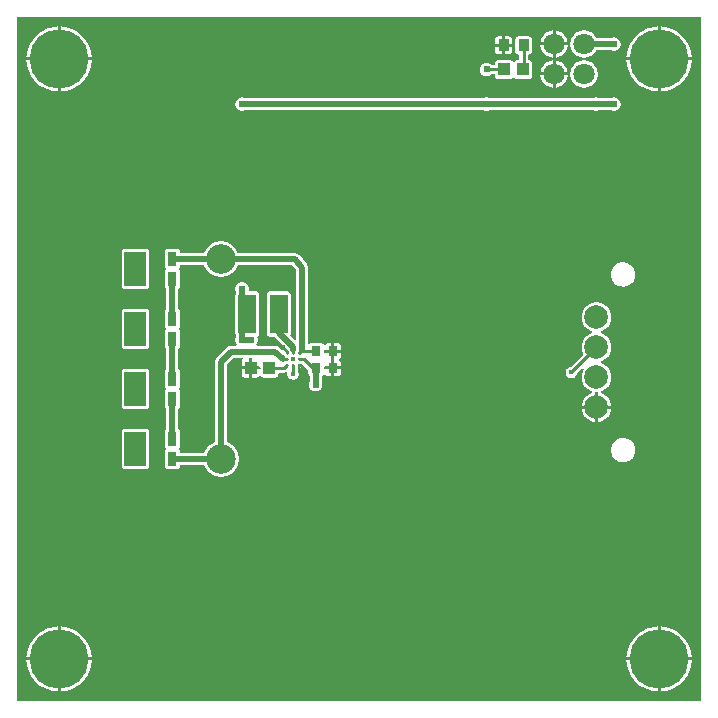
<source format=gtl>
G04 Layer: TopLayer*
G04 Panelize: , Column: 2, Row: 2, Board Size: 58.42mm x 58.42mm, Panelized Board Size: 118.84mm x 118.84mm*
G04 EasyEDA v6.5.34, 2023-08-21 18:11:39*
G04 e033e4da8f4f40f2a2828097716e79b9,5a6b42c53f6a479593ecc07194224c93,10*
G04 Gerber Generator version 0.2*
G04 Scale: 100 percent, Rotated: No, Reflected: No *
G04 Dimensions in millimeters *
G04 leading zeros omitted , absolute positions ,4 integer and 5 decimal *
%FSLAX45Y45*%
%MOMM*%

%ADD10C,0.2540*%
%ADD11C,0.5000*%
%ADD12R,1.0000X1.1000*%
%ADD13R,0.8999X1.0000*%
%ADD14R,0.8000X0.9000*%
%ADD15R,1.8300X2.8600*%
%ADD16R,0.7300X1.2600*%
%ADD17C,0.2400*%
%ADD18R,1.5000X3.3200*%
%ADD19C,5.0000*%
%ADD20C,2.0000*%
%ADD21C,1.8000*%
%ADD22C,2.5000*%
%ADD23C,0.6096*%
%ADD24C,0.6100*%
%ADD25C,0.4500*%
%ADD26C,0.0101*%

%LPD*%
G36*
X5805932Y25908D02*
G01*
X36068Y26416D01*
X32156Y27178D01*
X28905Y29362D01*
X26670Y32664D01*
X25908Y36576D01*
X25908Y5805932D01*
X26670Y5809843D01*
X28905Y5813094D01*
X32156Y5815330D01*
X36068Y5816092D01*
X5805932Y5816092D01*
X5809843Y5815330D01*
X5813094Y5813094D01*
X5815330Y5809843D01*
X5816092Y5805932D01*
X5816092Y36068D01*
X5815330Y32207D01*
X5813094Y28905D01*
X5809843Y26670D01*
G37*

%LPC*%
G36*
X4584700Y5600700D02*
G01*
X4687112Y5600700D01*
X4686960Y5602528D01*
X4684268Y5616803D01*
X4679746Y5630672D01*
X4673549Y5643829D01*
X4665776Y5656122D01*
X4656480Y5667349D01*
X4645863Y5677306D01*
X4634077Y5685840D01*
X4621326Y5692851D01*
X4607814Y5698236D01*
X4593691Y5701842D01*
X4584700Y5702960D01*
G37*
G36*
X5448300Y105613D02*
G01*
X5448300Y368300D01*
X5185410Y368300D01*
X5187289Y346405D01*
X5191150Y323646D01*
X5196890Y301244D01*
X5204460Y279450D01*
X5213858Y258317D01*
X5224983Y238099D01*
X5237784Y218846D01*
X5252161Y200710D01*
X5267960Y183896D01*
X5285130Y168402D01*
X5303520Y154432D01*
X5323027Y142087D01*
X5343499Y131368D01*
X5364835Y122428D01*
X5386781Y115265D01*
X5409285Y109982D01*
X5432145Y106629D01*
G37*
G36*
X368300Y105613D02*
G01*
X368300Y368300D01*
X105410Y368300D01*
X107289Y346405D01*
X111150Y323646D01*
X116890Y301244D01*
X124460Y279450D01*
X133858Y258317D01*
X144983Y238099D01*
X157784Y218846D01*
X172161Y200710D01*
X187960Y183896D01*
X205130Y168402D01*
X223520Y154432D01*
X243027Y142087D01*
X263499Y131368D01*
X284835Y122428D01*
X306781Y115265D01*
X329285Y109982D01*
X352145Y106629D01*
G37*
G36*
X5473700Y393700D02*
G01*
X5736336Y393700D01*
X5735929Y404063D01*
X5733034Y427024D01*
X5728208Y449630D01*
X5721553Y471728D01*
X5713018Y493217D01*
X5702757Y513892D01*
X5690819Y533704D01*
X5677204Y552348D01*
X5662117Y569874D01*
X5645607Y586028D01*
X5627827Y600760D01*
X5608828Y613968D01*
X5588812Y625500D01*
X5567934Y635355D01*
X5546242Y643382D01*
X5523992Y649630D01*
X5501284Y653948D01*
X5478322Y656336D01*
X5473700Y656437D01*
G37*
G36*
X393700Y393700D02*
G01*
X656336Y393700D01*
X655929Y404063D01*
X653034Y427024D01*
X648208Y449630D01*
X641553Y471728D01*
X633018Y493217D01*
X622757Y513892D01*
X610819Y533704D01*
X597204Y552348D01*
X582117Y569874D01*
X565607Y586028D01*
X547827Y600760D01*
X528828Y613968D01*
X508812Y625500D01*
X487934Y635355D01*
X466242Y643382D01*
X443992Y649630D01*
X421284Y653948D01*
X398322Y656336D01*
X393700Y656437D01*
G37*
G36*
X5185410Y393700D02*
G01*
X5448300Y393700D01*
X5448300Y656386D01*
X5432145Y655370D01*
X5409285Y652018D01*
X5386781Y646734D01*
X5364835Y639572D01*
X5343499Y630631D01*
X5323027Y619912D01*
X5303520Y607568D01*
X5285130Y593598D01*
X5267960Y578104D01*
X5252161Y561289D01*
X5237784Y543153D01*
X5224983Y523900D01*
X5213858Y503682D01*
X5204460Y482549D01*
X5196890Y460756D01*
X5191150Y438353D01*
X5187289Y415594D01*
G37*
G36*
X105410Y393700D02*
G01*
X368300Y393700D01*
X368300Y656386D01*
X352145Y655370D01*
X329285Y652018D01*
X306781Y646734D01*
X284835Y639572D01*
X263499Y630631D01*
X243027Y619912D01*
X223520Y607568D01*
X205130Y593598D01*
X187960Y578104D01*
X172161Y561289D01*
X157784Y543153D01*
X144983Y523900D01*
X133858Y503682D01*
X124460Y482549D01*
X116890Y460756D01*
X111150Y438353D01*
X107289Y415594D01*
G37*
G36*
X1752600Y1924812D02*
G01*
X1769516Y1925726D01*
X1786178Y1928571D01*
X1802434Y1933244D01*
X1818081Y1939747D01*
X1832864Y1947925D01*
X1846681Y1957730D01*
X1859280Y1969007D01*
X1870557Y1981606D01*
X1880362Y1995424D01*
X1888540Y2010206D01*
X1895043Y2025853D01*
X1899716Y2042109D01*
X1902561Y2058771D01*
X1903475Y2075688D01*
X1902561Y2092604D01*
X1899716Y2109266D01*
X1895043Y2125522D01*
X1888540Y2141169D01*
X1880362Y2155952D01*
X1870557Y2169769D01*
X1859280Y2182368D01*
X1846681Y2193645D01*
X1832864Y2203450D01*
X1818081Y2211628D01*
X1809800Y2215083D01*
X1806498Y2217267D01*
X1804263Y2220569D01*
X1803501Y2224481D01*
X1803501Y2870301D01*
X1804263Y2874213D01*
X1806498Y2877464D01*
X1858873Y2929839D01*
X1862124Y2932074D01*
X1866036Y2932836D01*
X1924964Y2932836D01*
X1929231Y2931922D01*
X1932686Y2929331D01*
X1934718Y2925521D01*
X1935022Y2921203D01*
X1933498Y2917139D01*
X1929485Y2910941D01*
X1927606Y2905556D01*
X1926894Y2899206D01*
X1926894Y2857500D01*
X1990089Y2857500D01*
X1990089Y2922625D01*
X1990852Y2926537D01*
X1993087Y2929788D01*
X1996389Y2932023D01*
X2000250Y2932785D01*
X2005330Y2932785D01*
X2009241Y2932023D01*
X2012543Y2929788D01*
X2014728Y2926537D01*
X2015489Y2922625D01*
X2015489Y2857500D01*
X2076704Y2857500D01*
X2080615Y2856738D01*
X2083917Y2854502D01*
X2086102Y2851200D01*
X2086864Y2847340D01*
X2086864Y2842260D01*
X2086102Y2838348D01*
X2083917Y2835046D01*
X2080615Y2832862D01*
X2076704Y2832100D01*
X2015489Y2832100D01*
X2015489Y2763875D01*
X2052218Y2763875D01*
X2058568Y2764586D01*
X2064004Y2766517D01*
X2068931Y2769565D01*
X2072995Y2773680D01*
X2074214Y2775559D01*
X2077008Y2778506D01*
X2080768Y2780131D01*
X2084832Y2780131D01*
X2088591Y2778506D01*
X2091385Y2775559D01*
X2092604Y2773680D01*
X2096668Y2769565D01*
X2101596Y2766517D01*
X2107031Y2764586D01*
X2113381Y2763875D01*
X2212238Y2763875D01*
X2218537Y2764586D01*
X2224024Y2766517D01*
X2228900Y2769565D01*
X2233015Y2773680D01*
X2236063Y2778556D01*
X2237994Y2784043D01*
X2238705Y2790342D01*
X2238705Y2796032D01*
X2239467Y2799892D01*
X2241651Y2803194D01*
X2244953Y2805430D01*
X2248865Y2806192D01*
X2285492Y2806192D01*
X2293518Y2806954D01*
X2301189Y2809290D01*
X2305151Y2809697D01*
X2308910Y2808528D01*
X2311958Y2806039D01*
X2313838Y2802585D01*
X2314244Y2798622D01*
X2313838Y2794000D01*
X2314651Y2785110D01*
X2317089Y2776524D01*
X2321052Y2768549D01*
X2326436Y2761437D01*
X2333040Y2755392D01*
X2340660Y2750718D01*
X2348941Y2747467D01*
X2357729Y2745841D01*
X2366670Y2745841D01*
X2375408Y2747467D01*
X2383739Y2750718D01*
X2391359Y2755392D01*
X2397912Y2761437D01*
X2403297Y2768549D01*
X2407310Y2776524D01*
X2409748Y2785110D01*
X2410561Y2794000D01*
X2409748Y2802890D01*
X2407310Y2811475D01*
X2401316Y2822956D01*
X2400808Y2826156D01*
X2400808Y2870758D01*
X2401519Y2876194D01*
X2403957Y2879750D01*
X2407615Y2881985D01*
X2412695Y2882392D01*
X2430881Y2882392D01*
X2434793Y2881630D01*
X2438095Y2879445D01*
X2441854Y2875635D01*
X2444038Y2872333D01*
X2444800Y2868472D01*
X2444038Y2864561D01*
X2441854Y2861259D01*
X2438552Y2859074D01*
X2434640Y2858312D01*
X2424887Y2858312D01*
X2424887Y2835503D01*
X2427122Y2836214D01*
X2433828Y2839923D01*
X2439670Y2844901D01*
X2444343Y2850997D01*
X2445359Y2853080D01*
X2447696Y2856179D01*
X2450947Y2858160D01*
X2454757Y2858770D01*
X2458516Y2857957D01*
X2461666Y2855823D01*
X2490012Y2827477D01*
X2492248Y2824175D01*
X2493010Y2820263D01*
X2493010Y2800350D01*
X2493721Y2794050D01*
X2495600Y2788564D01*
X2501036Y2780284D01*
X2501798Y2776372D01*
X2501798Y2730195D01*
X2500833Y2725877D01*
X2499766Y2723540D01*
X2497226Y2714091D01*
X2496362Y2704287D01*
X2497226Y2694482D01*
X2499766Y2685034D01*
X2503881Y2676093D01*
X2509520Y2668066D01*
X2516479Y2661107D01*
X2524506Y2655468D01*
X2533446Y2651353D01*
X2542895Y2648813D01*
X2552700Y2647950D01*
X2562504Y2648813D01*
X2571953Y2651353D01*
X2580894Y2655468D01*
X2588920Y2661107D01*
X2595880Y2668066D01*
X2601518Y2676093D01*
X2605633Y2685034D01*
X2608173Y2694482D01*
X2609037Y2704287D01*
X2608173Y2714091D01*
X2605633Y2723540D01*
X2604566Y2725877D01*
X2603601Y2730195D01*
X2603601Y2767025D01*
X2604414Y2770987D01*
X2606700Y2774340D01*
X2615031Y2779572D01*
X2619095Y2783687D01*
X2620314Y2785567D01*
X2623108Y2788513D01*
X2626868Y2790088D01*
X2630932Y2790088D01*
X2634691Y2788513D01*
X2637485Y2785567D01*
X2638704Y2783687D01*
X2642768Y2779572D01*
X2647696Y2776524D01*
X2653131Y2774594D01*
X2659430Y2773883D01*
X2686202Y2773883D01*
X2686202Y2832100D01*
X2634996Y2832100D01*
X2631084Y2832862D01*
X2627782Y2835046D01*
X2625598Y2838348D01*
X2624836Y2842260D01*
X2624836Y2847340D01*
X2625598Y2851200D01*
X2627782Y2854502D01*
X2631084Y2856738D01*
X2634996Y2857500D01*
X2686202Y2857500D01*
X2686202Y2971800D01*
X2634996Y2971800D01*
X2631084Y2972562D01*
X2627782Y2974746D01*
X2625598Y2978048D01*
X2624836Y2981960D01*
X2624836Y2987040D01*
X2625598Y2990900D01*
X2627782Y2994202D01*
X2631084Y2996438D01*
X2634996Y2997200D01*
X2686202Y2997200D01*
X2686202Y3055416D01*
X2659430Y3055416D01*
X2653131Y3054705D01*
X2647696Y3052775D01*
X2642768Y3049676D01*
X2638704Y3045612D01*
X2637485Y3043732D01*
X2634691Y3040786D01*
X2630932Y3039160D01*
X2626868Y3039160D01*
X2623108Y3040786D01*
X2620314Y3043732D01*
X2619095Y3045612D01*
X2615031Y3049676D01*
X2610104Y3052775D01*
X2604668Y3054705D01*
X2598318Y3055416D01*
X2519476Y3055416D01*
X2513177Y3054705D01*
X2507691Y3052775D01*
X2504897Y3050997D01*
X2500833Y3049574D01*
X2496566Y3049879D01*
X2492806Y3051962D01*
X2490216Y3055416D01*
X2489301Y3059633D01*
X2489301Y3694531D01*
X2488641Y3702913D01*
X2486507Y3711549D01*
X2482850Y3719626D01*
X2477668Y3727348D01*
X2420315Y3798062D01*
X2413812Y3804716D01*
X2406650Y3809949D01*
X2398674Y3813810D01*
X2390190Y3816248D01*
X2380030Y3817213D01*
X1899462Y3817213D01*
X1895602Y3817975D01*
X1892300Y3820210D01*
X1890115Y3823512D01*
X1886661Y3831793D01*
X1878482Y3846576D01*
X1868678Y3860393D01*
X1857400Y3872992D01*
X1844802Y3884269D01*
X1830984Y3894074D01*
X1816201Y3902252D01*
X1800555Y3908755D01*
X1784299Y3913428D01*
X1767586Y3916273D01*
X1750720Y3917187D01*
X1733804Y3916273D01*
X1717141Y3913428D01*
X1700885Y3908755D01*
X1685239Y3902252D01*
X1670456Y3894074D01*
X1656638Y3884269D01*
X1644040Y3872992D01*
X1632762Y3860393D01*
X1622958Y3846576D01*
X1614779Y3831793D01*
X1611325Y3823512D01*
X1609140Y3820210D01*
X1605838Y3817975D01*
X1601927Y3817213D01*
X1413865Y3817213D01*
X1409954Y3817975D01*
X1406702Y3820210D01*
X1404467Y3823512D01*
X1402994Y3834942D01*
X1401064Y3840429D01*
X1398016Y3845306D01*
X1393901Y3849420D01*
X1389024Y3852468D01*
X1383538Y3854399D01*
X1377238Y3855110D01*
X1305356Y3855110D01*
X1299057Y3854399D01*
X1293571Y3852468D01*
X1288694Y3849420D01*
X1284579Y3845306D01*
X1281531Y3840429D01*
X1279601Y3834942D01*
X1278890Y3828643D01*
X1278890Y3703777D01*
X1279601Y3697427D01*
X1281531Y3691991D01*
X1283766Y3688384D01*
X1285138Y3684879D01*
X1285138Y3681120D01*
X1283766Y3677564D01*
X1281531Y3674008D01*
X1279601Y3668522D01*
X1278890Y3662222D01*
X1278890Y3537356D01*
X1279601Y3531057D01*
X1281531Y3525570D01*
X1284579Y3520694D01*
X1287424Y3517849D01*
X1289608Y3514547D01*
X1290370Y3510686D01*
X1290370Y3347313D01*
X1289608Y3343401D01*
X1287424Y3340150D01*
X1284579Y3337306D01*
X1281531Y3332429D01*
X1279601Y3326942D01*
X1278890Y3320643D01*
X1278890Y3195777D01*
X1279601Y3189427D01*
X1281531Y3183991D01*
X1283766Y3180384D01*
X1285138Y3176879D01*
X1285138Y3173120D01*
X1283766Y3169564D01*
X1281531Y3166008D01*
X1279601Y3160522D01*
X1278890Y3154222D01*
X1278890Y3029356D01*
X1279601Y3023057D01*
X1281531Y3017570D01*
X1284579Y3012694D01*
X1287424Y3009849D01*
X1289608Y3006547D01*
X1290370Y3002686D01*
X1290370Y2839313D01*
X1289608Y2835402D01*
X1287424Y2832150D01*
X1284579Y2829306D01*
X1281531Y2824429D01*
X1279601Y2818942D01*
X1278890Y2812643D01*
X1278890Y2687777D01*
X1279601Y2681427D01*
X1281531Y2675991D01*
X1283766Y2672384D01*
X1285138Y2668879D01*
X1285138Y2665120D01*
X1283766Y2661564D01*
X1281531Y2658008D01*
X1279601Y2652522D01*
X1278890Y2646222D01*
X1278890Y2521356D01*
X1279601Y2515057D01*
X1281531Y2509570D01*
X1284579Y2504694D01*
X1287424Y2501849D01*
X1289608Y2498547D01*
X1290370Y2494686D01*
X1290370Y2331313D01*
X1289608Y2327402D01*
X1287424Y2324150D01*
X1284579Y2321306D01*
X1281531Y2316429D01*
X1279601Y2310942D01*
X1278890Y2304643D01*
X1278890Y2179777D01*
X1279601Y2173427D01*
X1281531Y2167991D01*
X1283766Y2164384D01*
X1285138Y2160879D01*
X1285138Y2157120D01*
X1283766Y2153564D01*
X1281531Y2150008D01*
X1279601Y2144522D01*
X1278890Y2138222D01*
X1278890Y2013356D01*
X1279601Y2007057D01*
X1281531Y2001570D01*
X1284579Y1996693D01*
X1288694Y1992579D01*
X1293571Y1989531D01*
X1299057Y1987600D01*
X1305356Y1986889D01*
X1377238Y1986889D01*
X1383538Y1987600D01*
X1389024Y1989531D01*
X1393901Y1992579D01*
X1398016Y1996693D01*
X1401064Y2001570D01*
X1402994Y2007057D01*
X1403705Y2014626D01*
X1404467Y2018487D01*
X1406702Y2021789D01*
X1409954Y2024024D01*
X1413865Y2024786D01*
X1603857Y2024786D01*
X1607718Y2024024D01*
X1611020Y2021789D01*
X1613204Y2018487D01*
X1616659Y2010206D01*
X1624838Y1995424D01*
X1634642Y1981606D01*
X1645920Y1969007D01*
X1658518Y1957730D01*
X1672336Y1947925D01*
X1687118Y1939747D01*
X1702765Y1933244D01*
X1719021Y1928571D01*
X1735734Y1925726D01*
G37*
G36*
X936752Y1990089D02*
G01*
X1118616Y1990089D01*
X1124966Y1990801D01*
X1130401Y1992731D01*
X1135329Y1995779D01*
X1139393Y1999894D01*
X1142492Y2004771D01*
X1144371Y2010257D01*
X1145082Y2016556D01*
X1145082Y2301443D01*
X1144371Y2307742D01*
X1142492Y2313228D01*
X1139393Y2318105D01*
X1135329Y2322220D01*
X1130401Y2325268D01*
X1124966Y2327198D01*
X1118616Y2327910D01*
X936752Y2327910D01*
X930452Y2327198D01*
X924966Y2325268D01*
X920089Y2322220D01*
X915974Y2318105D01*
X912926Y2313228D01*
X910996Y2307742D01*
X910285Y2301443D01*
X910285Y2016556D01*
X910996Y2010257D01*
X912926Y2004771D01*
X915974Y1999894D01*
X920089Y1995779D01*
X924966Y1992731D01*
X930452Y1990801D01*
G37*
G36*
X5152745Y2046274D02*
G01*
X5166563Y2046732D01*
X5180177Y2049018D01*
X5193385Y2053132D01*
X5205933Y2058924D01*
X5217566Y2066391D01*
X5228082Y2075281D01*
X5237378Y2085543D01*
X5245201Y2096922D01*
X5251399Y2109216D01*
X5255920Y2122271D01*
X5258663Y2135835D01*
X5259628Y2149602D01*
X5258663Y2163368D01*
X5255920Y2176932D01*
X5251399Y2189937D01*
X5245201Y2202281D01*
X5237378Y2213660D01*
X5228082Y2223922D01*
X5217566Y2232812D01*
X5205933Y2240280D01*
X5193385Y2246071D01*
X5180177Y2250186D01*
X5166563Y2252472D01*
X5152745Y2252929D01*
X5139029Y2251557D01*
X5125618Y2248357D01*
X5112715Y2243378D01*
X5100574Y2236724D01*
X5089499Y2228545D01*
X5079542Y2218944D01*
X5071008Y2208123D01*
X5063947Y2196236D01*
X5058562Y2183536D01*
X5054904Y2170176D01*
X5053076Y2156510D01*
X5053076Y2142693D01*
X5054904Y2129028D01*
X5058562Y2115667D01*
X5063947Y2102967D01*
X5071008Y2091080D01*
X5079542Y2080260D01*
X5089499Y2070658D01*
X5100574Y2062480D01*
X5112715Y2055825D01*
X5125618Y2050846D01*
X5139029Y2047646D01*
G37*
G36*
X4456887Y5600700D02*
G01*
X4559300Y5600700D01*
X4559300Y5702960D01*
X4550308Y5701842D01*
X4536186Y5698236D01*
X4522673Y5692851D01*
X4509922Y5685840D01*
X4498136Y5677306D01*
X4487519Y5667349D01*
X4478223Y5656122D01*
X4470450Y5643829D01*
X4464253Y5630672D01*
X4459732Y5616803D01*
X4457039Y5602528D01*
G37*
G36*
X4943906Y2387041D02*
G01*
X4946396Y2387193D01*
X4961331Y2389936D01*
X4975860Y2394458D01*
X4989728Y2400706D01*
X5002733Y2408580D01*
X5014722Y2417927D01*
X5025440Y2428697D01*
X5034838Y2440635D01*
X5042662Y2453690D01*
X5048910Y2467508D01*
X5053431Y2482037D01*
X5056174Y2496972D01*
X5056327Y2499461D01*
X4943906Y2499461D01*
G37*
G36*
X4918506Y2387041D02*
G01*
X4918506Y2499461D01*
X4806086Y2499461D01*
X4806238Y2496972D01*
X4808982Y2482037D01*
X4813503Y2467508D01*
X4819751Y2453690D01*
X4827625Y2440635D01*
X4836972Y2428697D01*
X4847742Y2417927D01*
X4859680Y2408580D01*
X4872736Y2400706D01*
X4886553Y2394458D01*
X4901082Y2389936D01*
X4916017Y2387193D01*
G37*
G36*
X936752Y2498090D02*
G01*
X1118616Y2498090D01*
X1124966Y2498801D01*
X1130401Y2500731D01*
X1135329Y2503779D01*
X1139393Y2507894D01*
X1142492Y2512771D01*
X1144371Y2518257D01*
X1145082Y2524556D01*
X1145082Y2809443D01*
X1144371Y2815742D01*
X1142492Y2821228D01*
X1139393Y2826105D01*
X1135329Y2830220D01*
X1130401Y2833268D01*
X1124966Y2835198D01*
X1118616Y2835910D01*
X936752Y2835910D01*
X930452Y2835198D01*
X924966Y2833268D01*
X920089Y2830220D01*
X915974Y2826105D01*
X912926Y2821228D01*
X910996Y2815742D01*
X910285Y2809443D01*
X910285Y2524556D01*
X910996Y2518257D01*
X912926Y2512771D01*
X915974Y2507894D01*
X920089Y2503779D01*
X924966Y2500731D01*
X930452Y2498801D01*
G37*
G36*
X4806086Y2524861D02*
G01*
X4918506Y2524861D01*
X4918506Y2630271D01*
X4919268Y2634132D01*
X4921504Y2637434D01*
X4924806Y2639618D01*
X4928666Y2640431D01*
X4933746Y2640431D01*
X4937658Y2639618D01*
X4940960Y2637434D01*
X4943144Y2634132D01*
X4943906Y2630271D01*
X4943906Y2524861D01*
X5056327Y2524861D01*
X5056174Y2527350D01*
X5053431Y2542286D01*
X5048910Y2556814D01*
X5042662Y2570683D01*
X5034838Y2583688D01*
X5025440Y2595626D01*
X5014722Y2606395D01*
X5002733Y2615793D01*
X4989728Y2623616D01*
X4975809Y2629916D01*
X4972659Y2632151D01*
X4970526Y2635351D01*
X4969814Y2639161D01*
X4970526Y2642971D01*
X4972659Y2646222D01*
X4975809Y2648458D01*
X4989728Y2654706D01*
X5002733Y2662580D01*
X5014722Y2671927D01*
X5025440Y2682697D01*
X5034838Y2694635D01*
X5042662Y2707690D01*
X5048910Y2721508D01*
X5053431Y2736037D01*
X5056174Y2750972D01*
X5057089Y2766161D01*
X5056174Y2781350D01*
X5053431Y2796286D01*
X5048910Y2810814D01*
X5042662Y2824683D01*
X5034838Y2837688D01*
X5025440Y2849626D01*
X5014722Y2860395D01*
X5002733Y2869793D01*
X4989728Y2877616D01*
X4975809Y2883916D01*
X4972659Y2886151D01*
X4970526Y2889351D01*
X4969814Y2893161D01*
X4970526Y2896971D01*
X4972659Y2900222D01*
X4975809Y2902458D01*
X4989728Y2908706D01*
X5002733Y2916580D01*
X5014722Y2925927D01*
X5025440Y2936697D01*
X5034838Y2948635D01*
X5042662Y2961690D01*
X5048910Y2975508D01*
X5053431Y2990037D01*
X5056174Y3004972D01*
X5057089Y3020161D01*
X5056174Y3035350D01*
X5053431Y3050286D01*
X5048910Y3064814D01*
X5042662Y3078683D01*
X5034838Y3091688D01*
X5025440Y3103626D01*
X5014722Y3114395D01*
X5002733Y3123793D01*
X4989728Y3131616D01*
X4975809Y3137916D01*
X4972659Y3140151D01*
X4970526Y3143351D01*
X4969814Y3147161D01*
X4970526Y3150971D01*
X4972659Y3154222D01*
X4975809Y3156458D01*
X4989728Y3162706D01*
X5002733Y3170580D01*
X5014722Y3179927D01*
X5025440Y3190697D01*
X5034838Y3202635D01*
X5042662Y3215690D01*
X5048910Y3229508D01*
X5053431Y3244037D01*
X5056174Y3258972D01*
X5057089Y3274161D01*
X5056174Y3289350D01*
X5053431Y3304286D01*
X5048910Y3318814D01*
X5042662Y3332683D01*
X5034838Y3345687D01*
X5025440Y3357626D01*
X5014722Y3368395D01*
X5002733Y3377793D01*
X4989728Y3385616D01*
X4975860Y3391865D01*
X4961331Y3396386D01*
X4946396Y3399129D01*
X4931206Y3400044D01*
X4916017Y3399129D01*
X4901082Y3396386D01*
X4886553Y3391865D01*
X4872736Y3385616D01*
X4859680Y3377793D01*
X4847742Y3368395D01*
X4836972Y3357626D01*
X4827625Y3345687D01*
X4819751Y3332683D01*
X4813503Y3318814D01*
X4808982Y3304286D01*
X4806238Y3289350D01*
X4805324Y3274161D01*
X4806238Y3258972D01*
X4808982Y3244037D01*
X4813503Y3229508D01*
X4819751Y3215690D01*
X4827625Y3202635D01*
X4836972Y3190697D01*
X4847742Y3179927D01*
X4859680Y3170580D01*
X4872736Y3162706D01*
X4886655Y3156458D01*
X4889804Y3154222D01*
X4891887Y3150971D01*
X4892649Y3147161D01*
X4891887Y3143351D01*
X4889804Y3140151D01*
X4886655Y3137916D01*
X4872736Y3131616D01*
X4859680Y3123793D01*
X4847742Y3114395D01*
X4836972Y3103626D01*
X4827625Y3091688D01*
X4819751Y3078683D01*
X4813503Y3064814D01*
X4808982Y3050286D01*
X4806238Y3035350D01*
X4805324Y3020161D01*
X4806238Y3004972D01*
X4808982Y2990037D01*
X4813503Y2975508D01*
X4816348Y2969209D01*
X4817262Y2965246D01*
X4816500Y2961233D01*
X4814265Y2957830D01*
X4713071Y2856636D01*
X4710633Y2854807D01*
X4707737Y2853842D01*
X4704486Y2853232D01*
X4696206Y2849981D01*
X4688586Y2845308D01*
X4681982Y2839262D01*
X4676648Y2832150D01*
X4672634Y2824175D01*
X4670196Y2815590D01*
X4669383Y2806700D01*
X4670196Y2797810D01*
X4672634Y2789224D01*
X4676648Y2781249D01*
X4681982Y2774137D01*
X4688586Y2768092D01*
X4696206Y2763418D01*
X4704486Y2760167D01*
X4713274Y2758541D01*
X4722215Y2758541D01*
X4731004Y2760167D01*
X4739284Y2763418D01*
X4746904Y2768092D01*
X4753508Y2774137D01*
X4758842Y2781249D01*
X4762855Y2789224D01*
X4765294Y2797810D01*
X4766310Y2800197D01*
X4767884Y2802229D01*
X4805578Y2839923D01*
X4809083Y2842209D01*
X4813198Y2842869D01*
X4817262Y2841853D01*
X4820513Y2839262D01*
X4822494Y2835605D01*
X4822850Y2831439D01*
X4821428Y2827477D01*
X4819751Y2824683D01*
X4813503Y2810814D01*
X4808982Y2796286D01*
X4806238Y2781350D01*
X4805324Y2766161D01*
X4806238Y2750972D01*
X4808982Y2736037D01*
X4813503Y2721508D01*
X4819751Y2707690D01*
X4827625Y2694635D01*
X4836972Y2682697D01*
X4847742Y2671927D01*
X4859680Y2662580D01*
X4872736Y2654706D01*
X4886655Y2648458D01*
X4889804Y2646222D01*
X4891887Y2642971D01*
X4892649Y2639161D01*
X4891887Y2635351D01*
X4889804Y2632151D01*
X4886655Y2629916D01*
X4872736Y2623616D01*
X4859680Y2615793D01*
X4847742Y2606395D01*
X4836972Y2595626D01*
X4827625Y2583688D01*
X4819751Y2570683D01*
X4813503Y2556814D01*
X4808982Y2542286D01*
X4806238Y2527350D01*
G37*
G36*
X1953361Y2763875D02*
G01*
X1990089Y2763875D01*
X1990089Y2832100D01*
X1926894Y2832100D01*
X1926894Y2790342D01*
X1927606Y2784043D01*
X1929536Y2778556D01*
X1932584Y2773680D01*
X1936699Y2769565D01*
X1941575Y2766517D01*
X1947062Y2764586D01*
G37*
G36*
X2711602Y2773883D02*
G01*
X2738323Y2773883D01*
X2744622Y2774594D01*
X2750108Y2776524D01*
X2754985Y2779572D01*
X2759100Y2783687D01*
X2762148Y2788564D01*
X2764078Y2794050D01*
X2764790Y2800350D01*
X2764790Y2832100D01*
X2711602Y2832100D01*
G37*
G36*
X2711602Y2857500D02*
G01*
X2764790Y2857500D01*
X2764790Y2889199D01*
X2764078Y2895549D01*
X2762148Y2900984D01*
X2759100Y2905912D01*
X2757525Y2907436D01*
X2755341Y2910738D01*
X2754579Y2914650D01*
X2755341Y2918510D01*
X2757525Y2921812D01*
X2759100Y2923387D01*
X2762148Y2928264D01*
X2764078Y2933750D01*
X2764790Y2940050D01*
X2764790Y2971800D01*
X2711602Y2971800D01*
G37*
G36*
X2711602Y2997200D02*
G01*
X2764790Y2997200D01*
X2764790Y3028899D01*
X2764078Y3035249D01*
X2762148Y3040684D01*
X2759100Y3045612D01*
X2754985Y3049676D01*
X2750108Y3052775D01*
X2744622Y3054705D01*
X2738323Y3055416D01*
X2711602Y3055416D01*
G37*
G36*
X936752Y3006090D02*
G01*
X1118616Y3006090D01*
X1124966Y3006801D01*
X1130401Y3008731D01*
X1135329Y3011779D01*
X1139393Y3015894D01*
X1142492Y3020771D01*
X1144371Y3026257D01*
X1145082Y3032556D01*
X1145082Y3317443D01*
X1144371Y3323742D01*
X1142492Y3329228D01*
X1139393Y3334105D01*
X1135329Y3338220D01*
X1130401Y3341268D01*
X1124966Y3343198D01*
X1118616Y3343910D01*
X936752Y3343910D01*
X930452Y3343198D01*
X924966Y3341268D01*
X920089Y3338220D01*
X915974Y3334105D01*
X912926Y3329228D01*
X910996Y3323742D01*
X910285Y3317443D01*
X910285Y3032556D01*
X910996Y3026257D01*
X912926Y3020771D01*
X915974Y3015894D01*
X920089Y3011779D01*
X924966Y3008731D01*
X930452Y3006801D01*
G37*
G36*
X936752Y3514090D02*
G01*
X1118616Y3514090D01*
X1124966Y3514801D01*
X1130401Y3516731D01*
X1135329Y3519779D01*
X1139393Y3523894D01*
X1142492Y3528771D01*
X1144371Y3534257D01*
X1145082Y3540556D01*
X1145082Y3825443D01*
X1144371Y3831742D01*
X1142492Y3837228D01*
X1139393Y3842105D01*
X1135329Y3846220D01*
X1130401Y3849268D01*
X1124966Y3851198D01*
X1118616Y3851910D01*
X936752Y3851910D01*
X930452Y3851198D01*
X924966Y3849268D01*
X920089Y3846220D01*
X915974Y3842105D01*
X912926Y3837228D01*
X910996Y3831742D01*
X910285Y3825443D01*
X910285Y3540556D01*
X910996Y3534257D01*
X912926Y3528771D01*
X915974Y3523894D01*
X920089Y3519779D01*
X924966Y3516731D01*
X930452Y3514801D01*
G37*
G36*
X5152745Y3533343D02*
G01*
X5166563Y3533851D01*
X5180177Y3536137D01*
X5193385Y3540201D01*
X5205933Y3546043D01*
X5217566Y3553460D01*
X5228082Y3562400D01*
X5237378Y3572611D01*
X5245201Y3583990D01*
X5251399Y3596335D01*
X5255920Y3609390D01*
X5258663Y3622903D01*
X5259628Y3636670D01*
X5258663Y3650487D01*
X5255920Y3664000D01*
X5251399Y3677056D01*
X5245201Y3689400D01*
X5237378Y3700779D01*
X5228082Y3710990D01*
X5217566Y3719931D01*
X5205933Y3727348D01*
X5193385Y3733190D01*
X5180177Y3737254D01*
X5166563Y3739540D01*
X5152745Y3740048D01*
X5139029Y3738626D01*
X5125618Y3735425D01*
X5112715Y3730498D01*
X5100574Y3723843D01*
X5089499Y3715664D01*
X5079542Y3706063D01*
X5071008Y3695192D01*
X5063947Y3683304D01*
X5058562Y3670604D01*
X5054904Y3657295D01*
X5053076Y3643579D01*
X5053076Y3629812D01*
X5054904Y3616096D01*
X5058562Y3602786D01*
X5063947Y3590086D01*
X5071008Y3578199D01*
X5079542Y3567328D01*
X5089499Y3557727D01*
X5100574Y3549548D01*
X5112715Y3542893D01*
X5125618Y3537965D01*
X5139029Y3534765D01*
G37*
G36*
X5473700Y105562D02*
G01*
X5478322Y105664D01*
X5501284Y108051D01*
X5523992Y112369D01*
X5546242Y118618D01*
X5567934Y126644D01*
X5588812Y136499D01*
X5608828Y148031D01*
X5627827Y161239D01*
X5645607Y175971D01*
X5662117Y192125D01*
X5677204Y209600D01*
X5690819Y228295D01*
X5702757Y248107D01*
X5713018Y268782D01*
X5721553Y290271D01*
X5728208Y312369D01*
X5733034Y334975D01*
X5735929Y357936D01*
X5736336Y368300D01*
X5473700Y368300D01*
G37*
G36*
X393700Y105562D02*
G01*
X398322Y105664D01*
X421284Y108051D01*
X443992Y112369D01*
X466242Y118618D01*
X487934Y126644D01*
X508812Y136499D01*
X528828Y148031D01*
X547827Y161239D01*
X565607Y175971D01*
X582117Y192125D01*
X597204Y209600D01*
X610819Y228295D01*
X622757Y248107D01*
X633018Y268782D01*
X641553Y290271D01*
X648208Y312369D01*
X653034Y334975D01*
X655929Y357936D01*
X656336Y368300D01*
X393700Y368300D01*
G37*
G36*
X5473700Y5185562D02*
G01*
X5478322Y5185664D01*
X5501284Y5188051D01*
X5523992Y5192369D01*
X5546242Y5198618D01*
X5567934Y5206644D01*
X5588812Y5216499D01*
X5608828Y5228031D01*
X5627827Y5241239D01*
X5645607Y5255971D01*
X5662117Y5272125D01*
X5677204Y5289600D01*
X5690819Y5308295D01*
X5702757Y5328107D01*
X5713018Y5348782D01*
X5721553Y5370271D01*
X5728208Y5392369D01*
X5733034Y5414975D01*
X5735929Y5437936D01*
X5736336Y5448300D01*
X5473700Y5448300D01*
G37*
G36*
X393700Y5185562D02*
G01*
X398322Y5185664D01*
X421284Y5188051D01*
X443992Y5192369D01*
X466242Y5198618D01*
X487934Y5206644D01*
X508812Y5216499D01*
X528828Y5228031D01*
X547827Y5241239D01*
X565607Y5255971D01*
X582117Y5272125D01*
X597204Y5289600D01*
X610819Y5308295D01*
X622757Y5328107D01*
X633018Y5348782D01*
X641553Y5370271D01*
X648208Y5392369D01*
X653034Y5414975D01*
X655929Y5437936D01*
X656336Y5448300D01*
X393700Y5448300D01*
G37*
G36*
X5448300Y5185613D02*
G01*
X5448300Y5448300D01*
X5185410Y5448300D01*
X5187289Y5426405D01*
X5191150Y5403646D01*
X5196890Y5381244D01*
X5204460Y5359450D01*
X5213858Y5338318D01*
X5224983Y5318099D01*
X5237784Y5298846D01*
X5252161Y5280710D01*
X5267960Y5263896D01*
X5285130Y5248402D01*
X5303520Y5234432D01*
X5323027Y5222087D01*
X5343499Y5211368D01*
X5364835Y5202428D01*
X5386781Y5195265D01*
X5409285Y5189982D01*
X5432145Y5186629D01*
G37*
G36*
X368300Y5185613D02*
G01*
X368300Y5448300D01*
X105410Y5448300D01*
X107289Y5426405D01*
X111150Y5403646D01*
X116890Y5381244D01*
X124460Y5359450D01*
X133858Y5338318D01*
X144983Y5318099D01*
X157784Y5298846D01*
X172161Y5280710D01*
X187960Y5263896D01*
X205130Y5248402D01*
X223520Y5234432D01*
X243027Y5222087D01*
X263499Y5211368D01*
X284835Y5202428D01*
X306781Y5195265D01*
X329285Y5189982D01*
X352145Y5186629D01*
G37*
G36*
X4818735Y5218328D02*
G01*
X4833264Y5218328D01*
X4847691Y5220157D01*
X4861814Y5223764D01*
X4875326Y5229148D01*
X4888077Y5236159D01*
X4899863Y5244693D01*
X4910480Y5254650D01*
X4919776Y5265877D01*
X4927549Y5278170D01*
X4933746Y5291328D01*
X4938268Y5305196D01*
X4940960Y5319471D01*
X4941874Y5334000D01*
X4940960Y5348528D01*
X4938268Y5362803D01*
X4933746Y5376672D01*
X4927549Y5389829D01*
X4919776Y5402122D01*
X4910480Y5413349D01*
X4899863Y5423306D01*
X4888077Y5431840D01*
X4875326Y5438851D01*
X4861814Y5444236D01*
X4847691Y5447842D01*
X4833264Y5449671D01*
X4818735Y5449671D01*
X4804308Y5447842D01*
X4790186Y5444236D01*
X4776673Y5438851D01*
X4763922Y5431840D01*
X4752136Y5423306D01*
X4741519Y5413349D01*
X4732223Y5402122D01*
X4724450Y5389829D01*
X4718253Y5376672D01*
X4713732Y5362803D01*
X4711039Y5348528D01*
X4710125Y5334000D01*
X4711039Y5319471D01*
X4713732Y5305196D01*
X4718253Y5291328D01*
X4724450Y5278170D01*
X4732223Y5265877D01*
X4741519Y5254650D01*
X4752136Y5244693D01*
X4763922Y5236159D01*
X4776673Y5229148D01*
X4790186Y5223764D01*
X4804308Y5220157D01*
G37*
G36*
X4584700Y5219039D02*
G01*
X4593691Y5220157D01*
X4607814Y5223764D01*
X4621326Y5229148D01*
X4634077Y5236159D01*
X4645863Y5244693D01*
X4656480Y5254650D01*
X4665776Y5265877D01*
X4673549Y5278170D01*
X4679746Y5291328D01*
X4684268Y5305196D01*
X4686960Y5319471D01*
X4687112Y5321300D01*
X4584700Y5321300D01*
G37*
G36*
X4559300Y5219039D02*
G01*
X4559300Y5321300D01*
X4456887Y5321300D01*
X4457039Y5319471D01*
X4459732Y5305196D01*
X4464253Y5291328D01*
X4470450Y5278170D01*
X4478223Y5265877D01*
X4487519Y5254650D01*
X4498136Y5244693D01*
X4509922Y5236159D01*
X4522673Y5229148D01*
X4536186Y5223764D01*
X4550308Y5220157D01*
G37*
G36*
X4099661Y5291175D02*
G01*
X4198518Y5291175D01*
X4204868Y5291886D01*
X4210304Y5293817D01*
X4215231Y5296916D01*
X4219295Y5300980D01*
X4220514Y5302859D01*
X4223308Y5305806D01*
X4227068Y5307431D01*
X4231132Y5307431D01*
X4234891Y5305806D01*
X4237685Y5302859D01*
X4238904Y5300980D01*
X4242968Y5296916D01*
X4247896Y5293817D01*
X4253331Y5291886D01*
X4259681Y5291175D01*
X4358538Y5291175D01*
X4364837Y5291886D01*
X4370324Y5293817D01*
X4375200Y5296916D01*
X4379315Y5300980D01*
X4382363Y5305907D01*
X4384294Y5311343D01*
X4385005Y5317693D01*
X4385005Y5426506D01*
X4384294Y5432856D01*
X4382363Y5438292D01*
X4379315Y5443220D01*
X4375200Y5447284D01*
X4370324Y5450382D01*
X4364837Y5452313D01*
X4361738Y5452668D01*
X4358182Y5453735D01*
X4355287Y5455970D01*
X4353356Y5459120D01*
X4352696Y5462727D01*
X4352696Y5489651D01*
X4353356Y5493258D01*
X4355287Y5496407D01*
X4358182Y5498693D01*
X4361738Y5499760D01*
X4364837Y5500116D01*
X4370324Y5501995D01*
X4375200Y5505094D01*
X4379315Y5509158D01*
X4382363Y5514086D01*
X4384294Y5519521D01*
X4385005Y5525871D01*
X4385005Y5624728D01*
X4384294Y5631027D01*
X4382363Y5636514D01*
X4379315Y5641390D01*
X4375200Y5645505D01*
X4370324Y5648604D01*
X4364837Y5650484D01*
X4358538Y5651195D01*
X4269689Y5651195D01*
X4263339Y5650484D01*
X4257903Y5648604D01*
X4252976Y5645505D01*
X4248912Y5641390D01*
X4245813Y5636514D01*
X4243882Y5631027D01*
X4243171Y5624728D01*
X4243171Y5525871D01*
X4243882Y5519521D01*
X4245813Y5514086D01*
X4248912Y5509158D01*
X4252976Y5505094D01*
X4257903Y5501995D01*
X4263339Y5500116D01*
X4266438Y5499760D01*
X4269994Y5498693D01*
X4272889Y5496407D01*
X4274820Y5493258D01*
X4275480Y5489651D01*
X4275480Y5463184D01*
X4274718Y5459272D01*
X4272534Y5455970D01*
X4269232Y5453786D01*
X4265320Y5453024D01*
X4259681Y5453024D01*
X4253331Y5452313D01*
X4247896Y5450382D01*
X4242968Y5447284D01*
X4238904Y5443220D01*
X4237685Y5441340D01*
X4234891Y5438394D01*
X4231132Y5436768D01*
X4227068Y5436768D01*
X4223308Y5438394D01*
X4220514Y5441340D01*
X4219295Y5443220D01*
X4215231Y5447284D01*
X4210304Y5450382D01*
X4204868Y5452313D01*
X4198518Y5453024D01*
X4099661Y5453024D01*
X4093362Y5452313D01*
X4087876Y5450382D01*
X4082999Y5447284D01*
X4078884Y5443220D01*
X4075836Y5438292D01*
X4073906Y5432856D01*
X4073194Y5426506D01*
X4073194Y5420868D01*
X4072432Y5416956D01*
X4070197Y5413705D01*
X4066946Y5411470D01*
X4063034Y5410708D01*
X4045508Y5410708D01*
X4041597Y5411470D01*
X4038295Y5413705D01*
X4036720Y5415280D01*
X4028694Y5420918D01*
X4019753Y5425033D01*
X4010304Y5427573D01*
X4000500Y5428437D01*
X3990695Y5427573D01*
X3981246Y5425033D01*
X3972306Y5420918D01*
X3964279Y5415280D01*
X3957320Y5408320D01*
X3951681Y5400294D01*
X3947566Y5391353D01*
X3945026Y5381904D01*
X3944162Y5372100D01*
X3945026Y5362295D01*
X3947566Y5352846D01*
X3951681Y5343906D01*
X3957320Y5335879D01*
X3964279Y5328920D01*
X3972306Y5323281D01*
X3981246Y5319166D01*
X3990695Y5316626D01*
X4000500Y5315762D01*
X4010304Y5316626D01*
X4019753Y5319166D01*
X4028694Y5323281D01*
X4036720Y5328920D01*
X4038295Y5330494D01*
X4041597Y5332730D01*
X4045508Y5333492D01*
X4063034Y5333492D01*
X4066946Y5332730D01*
X4070197Y5330494D01*
X4072432Y5327243D01*
X4073194Y5323332D01*
X4073194Y5317693D01*
X4073906Y5311343D01*
X4075836Y5305907D01*
X4078884Y5300980D01*
X4082999Y5296916D01*
X4087876Y5293817D01*
X4093362Y5291886D01*
G37*
G36*
X4456887Y5346700D02*
G01*
X4559300Y5346700D01*
X4559300Y5448960D01*
X4550308Y5447842D01*
X4536186Y5444236D01*
X4522673Y5438851D01*
X4509922Y5431840D01*
X4498136Y5423306D01*
X4487519Y5413349D01*
X4478223Y5402122D01*
X4470450Y5389829D01*
X4464253Y5376672D01*
X4459732Y5362803D01*
X4457039Y5348528D01*
G37*
G36*
X4584700Y5346700D02*
G01*
X4687112Y5346700D01*
X4686960Y5348528D01*
X4684268Y5362803D01*
X4679746Y5376672D01*
X4673549Y5389829D01*
X4665776Y5402122D01*
X4656480Y5413349D01*
X4645863Y5423306D01*
X4634077Y5431840D01*
X4621326Y5438851D01*
X4607814Y5444236D01*
X4593691Y5447842D01*
X4584700Y5448960D01*
G37*
G36*
X4818735Y5472328D02*
G01*
X4833264Y5472328D01*
X4847691Y5474157D01*
X4861814Y5477764D01*
X4875326Y5483148D01*
X4888077Y5490159D01*
X4899863Y5498693D01*
X4910480Y5508650D01*
X4919776Y5519877D01*
X4927701Y5532374D01*
X4929936Y5534914D01*
X4932934Y5536539D01*
X4936286Y5537098D01*
X5054092Y5537098D01*
X5058410Y5536133D01*
X5060746Y5535066D01*
X5070195Y5532526D01*
X5080000Y5531662D01*
X5089804Y5532526D01*
X5099253Y5535066D01*
X5108194Y5539181D01*
X5116220Y5544820D01*
X5123180Y5551779D01*
X5128818Y5559806D01*
X5132933Y5568746D01*
X5135473Y5578195D01*
X5136337Y5588000D01*
X5135473Y5597804D01*
X5132933Y5607253D01*
X5128818Y5616194D01*
X5123180Y5624220D01*
X5116220Y5631180D01*
X5108194Y5636818D01*
X5099253Y5640933D01*
X5089804Y5643473D01*
X5080000Y5644337D01*
X5070195Y5643473D01*
X5060746Y5640933D01*
X5058410Y5639866D01*
X5054092Y5638901D01*
X4936286Y5638901D01*
X4932934Y5639460D01*
X4929936Y5641086D01*
X4927701Y5643626D01*
X4919776Y5656122D01*
X4910480Y5667349D01*
X4899863Y5677306D01*
X4888077Y5685840D01*
X4875326Y5692851D01*
X4861814Y5698236D01*
X4847691Y5701842D01*
X4833264Y5703671D01*
X4818735Y5703671D01*
X4804308Y5701842D01*
X4790186Y5698236D01*
X4776673Y5692851D01*
X4763922Y5685840D01*
X4752136Y5677306D01*
X4741519Y5667349D01*
X4732223Y5656122D01*
X4724450Y5643829D01*
X4718253Y5630672D01*
X4713732Y5616803D01*
X4711039Y5602528D01*
X4710125Y5588000D01*
X4711039Y5573471D01*
X4713732Y5559196D01*
X4718253Y5545328D01*
X4724450Y5532170D01*
X4732223Y5519877D01*
X4741519Y5508650D01*
X4752136Y5498693D01*
X4763922Y5490159D01*
X4776673Y5483148D01*
X4790186Y5477764D01*
X4804308Y5474157D01*
G37*
G36*
X4559300Y5473039D02*
G01*
X4559300Y5575300D01*
X4456887Y5575300D01*
X4457039Y5573471D01*
X4459732Y5559196D01*
X4464253Y5545328D01*
X4470450Y5532170D01*
X4478223Y5519877D01*
X4487519Y5508650D01*
X4498136Y5498693D01*
X4509922Y5490159D01*
X4522673Y5483148D01*
X4536186Y5477764D01*
X4550308Y5474157D01*
G37*
G36*
X4584700Y5473039D02*
G01*
X4593691Y5474157D01*
X4607814Y5477764D01*
X4621326Y5483148D01*
X4634077Y5490159D01*
X4645863Y5498693D01*
X4656480Y5508650D01*
X4665776Y5519877D01*
X4673549Y5532170D01*
X4679746Y5545328D01*
X4684268Y5559196D01*
X4686960Y5573471D01*
X4687112Y5575300D01*
X4584700Y5575300D01*
G37*
G36*
X5473700Y5473700D02*
G01*
X5736336Y5473700D01*
X5735929Y5484063D01*
X5733034Y5507024D01*
X5728208Y5529630D01*
X5721553Y5551728D01*
X5713018Y5573217D01*
X5702757Y5593892D01*
X5690819Y5613704D01*
X5677204Y5632348D01*
X5662117Y5649874D01*
X5645607Y5666028D01*
X5627827Y5680760D01*
X5608828Y5693968D01*
X5588812Y5705500D01*
X5567934Y5715355D01*
X5546242Y5723382D01*
X5523992Y5729630D01*
X5501284Y5733948D01*
X5478322Y5736336D01*
X5473700Y5736437D01*
G37*
G36*
X393700Y5473700D02*
G01*
X656336Y5473700D01*
X655929Y5484063D01*
X653034Y5507024D01*
X648208Y5529630D01*
X641553Y5551728D01*
X633018Y5573217D01*
X622757Y5593892D01*
X610819Y5613704D01*
X597204Y5632348D01*
X582117Y5649874D01*
X565607Y5666028D01*
X547827Y5680760D01*
X528828Y5693968D01*
X508812Y5705500D01*
X487934Y5715355D01*
X466242Y5723382D01*
X443992Y5729630D01*
X421284Y5733948D01*
X398322Y5736336D01*
X393700Y5736437D01*
G37*
G36*
X5185410Y5473700D02*
G01*
X5448300Y5473700D01*
X5448300Y5736386D01*
X5432145Y5735370D01*
X5409285Y5732018D01*
X5386781Y5726734D01*
X5364835Y5719572D01*
X5343499Y5710631D01*
X5323027Y5699912D01*
X5303520Y5687568D01*
X5285130Y5673598D01*
X5267960Y5658104D01*
X5252161Y5641289D01*
X5237784Y5623153D01*
X5224983Y5603900D01*
X5213858Y5583682D01*
X5204460Y5562549D01*
X5196890Y5540756D01*
X5191150Y5518353D01*
X5187289Y5495594D01*
G37*
G36*
X105410Y5473700D02*
G01*
X368300Y5473700D01*
X368300Y5736386D01*
X352145Y5735370D01*
X329285Y5732018D01*
X306781Y5726734D01*
X284835Y5719572D01*
X263499Y5710631D01*
X243027Y5699912D01*
X223520Y5687568D01*
X205130Y5673598D01*
X187960Y5658104D01*
X172161Y5641289D01*
X157784Y5623153D01*
X144983Y5603900D01*
X133858Y5583682D01*
X124460Y5562549D01*
X116890Y5540756D01*
X111150Y5518353D01*
X107289Y5495594D01*
G37*
G36*
X4099661Y5499404D02*
G01*
X4131411Y5499404D01*
X4131411Y5562600D01*
X4073194Y5562600D01*
X4073194Y5525871D01*
X4073906Y5519521D01*
X4075785Y5514086D01*
X4078884Y5509158D01*
X4082999Y5505094D01*
X4087876Y5501995D01*
X4093362Y5500116D01*
G37*
G36*
X4156811Y5499404D02*
G01*
X4188510Y5499404D01*
X4194860Y5500116D01*
X4200296Y5501995D01*
X4205224Y5505094D01*
X4209288Y5509158D01*
X4212386Y5514086D01*
X4214266Y5519521D01*
X4214977Y5525871D01*
X4214977Y5562600D01*
X4156811Y5562600D01*
G37*
G36*
X4073194Y5588000D02*
G01*
X4131411Y5588000D01*
X4131411Y5651195D01*
X4099661Y5651195D01*
X4093362Y5650484D01*
X4087876Y5648604D01*
X4082999Y5645505D01*
X4078884Y5641390D01*
X4075785Y5636514D01*
X4073906Y5631027D01*
X4073194Y5624728D01*
G37*
G36*
X4156811Y5588000D02*
G01*
X4214977Y5588000D01*
X4214977Y5624728D01*
X4214266Y5631027D01*
X4212386Y5636514D01*
X4209288Y5641390D01*
X4205224Y5645505D01*
X4200296Y5648604D01*
X4194860Y5650484D01*
X4188510Y5651195D01*
X4156811Y5651195D01*
G37*
G36*
X1930450Y5023612D02*
G01*
X1940204Y5024475D01*
X1949704Y5027015D01*
X1952091Y5028133D01*
X1956358Y5029098D01*
X3974541Y5029098D01*
X3978808Y5028133D01*
X3981246Y5027015D01*
X3990695Y5024475D01*
X4000500Y5023612D01*
X4010304Y5024475D01*
X4019753Y5027015D01*
X4022140Y5028133D01*
X4026408Y5029098D01*
X4903165Y5029098D01*
X4907483Y5028133D01*
X4909820Y5027015D01*
X4919319Y5024475D01*
X4929073Y5023662D01*
X4938877Y5024475D01*
X4948377Y5027015D01*
X4950714Y5028133D01*
X4954981Y5029098D01*
X5054092Y5029098D01*
X5058359Y5028133D01*
X5060746Y5027015D01*
X5070195Y5024475D01*
X5080000Y5023612D01*
X5089804Y5024475D01*
X5099253Y5027015D01*
X5108194Y5031181D01*
X5116220Y5036820D01*
X5123180Y5043728D01*
X5128818Y5051806D01*
X5132933Y5060696D01*
X5135473Y5070195D01*
X5136337Y5079949D01*
X5135473Y5089753D01*
X5132933Y5099253D01*
X5128818Y5108143D01*
X5123180Y5116220D01*
X5116220Y5123129D01*
X5108194Y5128768D01*
X5099253Y5132933D01*
X5089804Y5135473D01*
X5080000Y5136337D01*
X5070195Y5135473D01*
X5060746Y5132933D01*
X5058410Y5131866D01*
X5054142Y5130901D01*
X4954981Y5130901D01*
X4950714Y5131866D01*
X4948377Y5132933D01*
X4938877Y5135473D01*
X4929073Y5136337D01*
X4919319Y5135473D01*
X4909820Y5132933D01*
X4907483Y5131866D01*
X4903165Y5130901D01*
X4026357Y5130901D01*
X4022090Y5131866D01*
X4019753Y5132933D01*
X4010304Y5135473D01*
X4000500Y5136337D01*
X3990695Y5135473D01*
X3981246Y5132933D01*
X3978960Y5131866D01*
X3974642Y5130901D01*
X1956358Y5130901D01*
X1952091Y5131866D01*
X1949704Y5132984D01*
X1940204Y5135524D01*
X1930450Y5136388D01*
X1920646Y5135524D01*
X1911146Y5132984D01*
X1902256Y5128818D01*
X1894179Y5123180D01*
X1887220Y5116220D01*
X1881632Y5108194D01*
X1877466Y5099304D01*
X1874926Y5089804D01*
X1874062Y5080000D01*
X1874926Y5070195D01*
X1877466Y5060696D01*
X1881632Y5051806D01*
X1887220Y5043779D01*
X1894179Y5036820D01*
X1902256Y5031181D01*
X1911146Y5027015D01*
X1920646Y5024475D01*
G37*

%LPD*%
G36*
X1413865Y2126589D02*
G01*
X1409954Y2127351D01*
X1406702Y2129586D01*
X1404467Y2132888D01*
X1402994Y2144522D01*
X1401064Y2150008D01*
X1398828Y2153564D01*
X1397457Y2157120D01*
X1397457Y2160879D01*
X1398828Y2164384D01*
X1401064Y2167991D01*
X1402994Y2173427D01*
X1403705Y2179777D01*
X1403705Y2304643D01*
X1402994Y2310942D01*
X1401064Y2316429D01*
X1398016Y2321306D01*
X1395171Y2324150D01*
X1392986Y2327452D01*
X1392224Y2331313D01*
X1392224Y2494686D01*
X1392986Y2498547D01*
X1395171Y2501849D01*
X1398016Y2504694D01*
X1401064Y2509570D01*
X1402994Y2515057D01*
X1403705Y2521356D01*
X1403705Y2646222D01*
X1402994Y2652522D01*
X1401064Y2658008D01*
X1398828Y2661564D01*
X1397457Y2665120D01*
X1397457Y2668879D01*
X1398828Y2672384D01*
X1401064Y2675991D01*
X1402994Y2681427D01*
X1403705Y2687777D01*
X1403705Y2812643D01*
X1402994Y2818942D01*
X1401064Y2824429D01*
X1398016Y2829306D01*
X1395171Y2832150D01*
X1392986Y2835402D01*
X1392224Y2839313D01*
X1392224Y3002686D01*
X1392986Y3006547D01*
X1395171Y3009849D01*
X1398016Y3012694D01*
X1401064Y3017570D01*
X1402994Y3023057D01*
X1403705Y3029356D01*
X1403705Y3154222D01*
X1402994Y3160522D01*
X1401064Y3166008D01*
X1398828Y3169564D01*
X1397457Y3173120D01*
X1397457Y3176879D01*
X1398828Y3180384D01*
X1401064Y3183991D01*
X1402994Y3189427D01*
X1403705Y3195777D01*
X1403705Y3320643D01*
X1402994Y3326942D01*
X1401064Y3332429D01*
X1398016Y3337306D01*
X1395171Y3340150D01*
X1392986Y3343401D01*
X1392224Y3347313D01*
X1392224Y3510686D01*
X1392986Y3514547D01*
X1395171Y3517849D01*
X1398016Y3520694D01*
X1401064Y3525570D01*
X1402994Y3531057D01*
X1403705Y3537356D01*
X1403705Y3662222D01*
X1402994Y3668522D01*
X1401064Y3674008D01*
X1398828Y3677564D01*
X1397457Y3681120D01*
X1397457Y3684879D01*
X1398828Y3688384D01*
X1401064Y3691991D01*
X1402994Y3697427D01*
X1403705Y3705250D01*
X1404467Y3709111D01*
X1406702Y3712413D01*
X1409954Y3714648D01*
X1413865Y3715410D01*
X1601927Y3715410D01*
X1605838Y3714648D01*
X1609140Y3712413D01*
X1611325Y3709111D01*
X1614779Y3700830D01*
X1622958Y3686048D01*
X1632762Y3672230D01*
X1644040Y3659632D01*
X1656638Y3648354D01*
X1670456Y3638550D01*
X1685239Y3630371D01*
X1700885Y3623868D01*
X1717141Y3619195D01*
X1733804Y3616350D01*
X1750720Y3615436D01*
X1767586Y3616350D01*
X1784299Y3619195D01*
X1800555Y3623868D01*
X1816201Y3630371D01*
X1830984Y3638550D01*
X1844802Y3648354D01*
X1857400Y3659632D01*
X1868678Y3672230D01*
X1878482Y3686048D01*
X1886661Y3700830D01*
X1890115Y3709111D01*
X1892300Y3712413D01*
X1895602Y3714648D01*
X1899462Y3715410D01*
X2351379Y3715410D01*
X2355748Y3714394D01*
X2359304Y3711651D01*
X2385212Y3679698D01*
X2386888Y3676700D01*
X2387498Y3673297D01*
X2387498Y3093008D01*
X2386736Y3089148D01*
X2384552Y3085846D01*
X2381250Y3083661D01*
X2377338Y3082848D01*
X2373477Y3083661D01*
X2370175Y3085846D01*
X2341930Y3114090D01*
X2339797Y3117189D01*
X2338933Y3120898D01*
X2339492Y3124606D01*
X2341219Y3129432D01*
X2341930Y3135782D01*
X2341930Y3466642D01*
X2341219Y3472942D01*
X2339289Y3478428D01*
X2336190Y3483305D01*
X2332126Y3487420D01*
X2327198Y3490468D01*
X2321763Y3492398D01*
X2315413Y3493109D01*
X2166569Y3493109D01*
X2160270Y3492398D01*
X2154783Y3490468D01*
X2149906Y3487420D01*
X2145792Y3483305D01*
X2142744Y3478428D01*
X2140813Y3472942D01*
X2140102Y3466642D01*
X2140102Y3135782D01*
X2140813Y3129432D01*
X2142744Y3123996D01*
X2145792Y3119069D01*
X2149906Y3115005D01*
X2154783Y3111906D01*
X2160270Y3109976D01*
X2166569Y3109264D01*
X2198522Y3109264D01*
X2202383Y3108502D01*
X2205685Y3106318D01*
X2293569Y3018485D01*
X2295906Y3014726D01*
X2296464Y3010408D01*
X2295144Y3006191D01*
X2292146Y3002940D01*
X2287524Y2999740D01*
X2284476Y2996539D01*
X2281174Y2994202D01*
X2277262Y2993339D01*
X2273300Y2994101D01*
X2269947Y2996336D01*
X2246731Y3019552D01*
X2243328Y3022701D01*
X2239772Y3025394D01*
X2236063Y3027781D01*
X2232101Y3029813D01*
X2227986Y3031540D01*
X2223770Y3032861D01*
X2219452Y3033826D01*
X2215032Y3034385D01*
X2210358Y3034588D01*
X2059178Y3034588D01*
X2054860Y3035554D01*
X2051354Y3038246D01*
X2049322Y3042158D01*
X2049170Y3046526D01*
X2050846Y3050590D01*
X2055418Y3057093D01*
X2059533Y3066034D01*
X2062073Y3075482D01*
X2062937Y3085287D01*
X2062073Y3095091D01*
X2060092Y3102508D01*
X2059889Y3106775D01*
X2061464Y3110738D01*
X2064512Y3113735D01*
X2066543Y3115005D01*
X2070607Y3119069D01*
X2073706Y3123996D01*
X2075586Y3129432D01*
X2076297Y3135782D01*
X2076297Y3466642D01*
X2075586Y3472942D01*
X2073706Y3478428D01*
X2070607Y3483305D01*
X2066543Y3487420D01*
X2061616Y3490468D01*
X2056180Y3492398D01*
X2049830Y3493109D01*
X1995322Y3493109D01*
X1991664Y3493770D01*
X1988515Y3495700D01*
X1986280Y3498646D01*
X1985213Y3502202D01*
X1985873Y3507282D01*
X1986737Y3517087D01*
X1985873Y3526891D01*
X1983333Y3536340D01*
X1979218Y3545281D01*
X1973580Y3553307D01*
X1966620Y3560267D01*
X1958593Y3565906D01*
X1949653Y3570020D01*
X1940204Y3572560D01*
X1930400Y3573424D01*
X1920595Y3572560D01*
X1911146Y3570020D01*
X1902206Y3565906D01*
X1894179Y3560267D01*
X1887220Y3553307D01*
X1881581Y3545281D01*
X1877466Y3536340D01*
X1874926Y3526891D01*
X1874062Y3517087D01*
X1874926Y3507282D01*
X1877466Y3497834D01*
X1878533Y3495446D01*
X1879498Y3491128D01*
X1879498Y3485134D01*
X1879092Y3482289D01*
X1877110Y3478428D01*
X1875231Y3472942D01*
X1874520Y3466642D01*
X1874520Y3135782D01*
X1875231Y3129432D01*
X1877110Y3123996D01*
X1879092Y3120085D01*
X1879498Y3117291D01*
X1879498Y3111195D01*
X1878533Y3106928D01*
X1877466Y3104540D01*
X1874926Y3095091D01*
X1874062Y3085287D01*
X1874926Y3075482D01*
X1877466Y3066034D01*
X1881581Y3057093D01*
X1886153Y3050641D01*
X1887829Y3046577D01*
X1887626Y3042158D01*
X1885594Y3038297D01*
X1882089Y3035604D01*
X1877822Y3034639D01*
X1840941Y3034639D01*
X1836318Y3034436D01*
X1831898Y3033877D01*
X1827580Y3032912D01*
X1823313Y3031591D01*
X1819249Y3029864D01*
X1815287Y3027832D01*
X1811528Y3025444D01*
X1808022Y3022752D01*
X1804568Y3019602D01*
X1716735Y2931769D01*
X1713585Y2928315D01*
X1710893Y2924810D01*
X1708505Y2921050D01*
X1706473Y2917088D01*
X1704746Y2913024D01*
X1703425Y2908757D01*
X1702460Y2904439D01*
X1701901Y2900019D01*
X1701698Y2895396D01*
X1701698Y2224481D01*
X1700936Y2220569D01*
X1698701Y2217267D01*
X1695399Y2215083D01*
X1687118Y2211628D01*
X1672336Y2203450D01*
X1658518Y2193645D01*
X1645920Y2182368D01*
X1634642Y2169769D01*
X1624838Y2155952D01*
X1616659Y2141169D01*
X1613204Y2132888D01*
X1611020Y2129586D01*
X1607718Y2127351D01*
X1603857Y2126589D01*
G37*

%LPD*%
D10*
X2412187Y2870987D02*
G01*
X2424902Y2870987D01*
X2451094Y2844794D01*
X2438394Y2829994D01*
D11*
X2438412Y2996394D02*
G01*
X2438400Y3694937D01*
X2380493Y3766312D01*
X1750707Y3766312D01*
D10*
X2558900Y2984500D02*
G01*
X2425700Y2984500D01*
X2412194Y2970994D01*
X2312195Y2921005D02*
G01*
X2273300Y2921005D01*
D11*
X2273287Y2921005D02*
G01*
X2210595Y2983694D01*
X1943100Y2983694D01*
X4000500Y5080000D02*
G01*
X1930412Y5080000D01*
X1930412Y3517094D02*
G01*
X1930412Y3301194D01*
X1975421Y3301194D01*
X1930412Y3085294D02*
G01*
X1930412Y3301194D01*
X1975421Y3301194D01*
X1930412Y3085294D02*
G01*
X2006612Y3085294D01*
X2558900Y2844800D02*
G01*
X2552700Y2838599D01*
X2552700Y2704287D01*
D10*
X2312195Y2970994D02*
G01*
X2312195Y2982907D01*
X2273312Y3021794D01*
D11*
X1341295Y3599779D02*
G01*
X1341295Y3258200D01*
D10*
X4717740Y2806694D02*
G01*
X4931209Y3020164D01*
X2362212Y2870992D02*
G01*
X2362200Y2870982D01*
X2362200Y2794000D01*
D11*
X5079987Y5079987D02*
G01*
X4929090Y5079987D01*
X4929090Y5079987D02*
G01*
X4000500Y5079987D01*
D10*
X2558900Y2844800D02*
G01*
X2527287Y2844800D01*
X2451087Y2921005D01*
X2412194Y2921005D01*
D11*
X1341295Y2583787D02*
G01*
X1341295Y2242207D01*
X1341295Y3091779D02*
G01*
X1341295Y2750207D01*
D10*
X2162782Y2844794D02*
G01*
X2286000Y2844794D01*
X2312195Y2870992D01*
X4309082Y5372100D02*
G01*
X4314093Y5377103D01*
X4314093Y5575300D01*
D11*
X4826000Y5588000D02*
G01*
X5079987Y5588000D01*
D10*
X4153768Y5372100D02*
G01*
X4000500Y5372100D01*
D11*
X1752600Y2075687D02*
G01*
X1752600Y2075687D01*
X1752600Y2895600D01*
X1840737Y2983737D01*
X1943100Y2983737D01*
X1341373Y2075687D02*
G01*
X1752600Y2075687D01*
X1750707Y3766312D02*
G01*
X1341376Y3766312D01*
D10*
X2362212Y2970994D02*
G01*
X2362212Y2996394D01*
D11*
X2362212Y2996394D02*
G01*
X2362212Y3021794D01*
X2240991Y3143013D01*
X2240991Y3301187D01*
D12*
G01*
X4149090Y5372100D03*
G01*
X4309084Y5372100D03*
D13*
G01*
X4144086Y5575300D03*
G01*
X4314088Y5575300D03*
D12*
G01*
X2002790Y2844800D03*
G01*
X2162784Y2844800D03*
D14*
G01*
X2558897Y2984500D03*
G01*
X2698902Y2984500D03*
G01*
X2558897Y2844800D03*
G01*
X2698902Y2844800D03*
D15*
G01*
X1027709Y2159000D03*
D16*
G01*
X1341297Y2075789D03*
G01*
X1341297Y2242185D03*
D15*
G01*
X1027684Y2667000D03*
D16*
G01*
X1341297Y2583789D03*
G01*
X1341297Y2750185D03*
D15*
G01*
X1027684Y3175000D03*
D16*
G01*
X1341297Y3091789D03*
G01*
X1341297Y3258185D03*
D17*
G01*
X2312187Y2970987D03*
G01*
X2312187Y2921000D03*
G01*
X2312187Y2870987D03*
G01*
X2362200Y2970987D03*
G01*
X2362200Y2921000D03*
G01*
X2362200Y2870987D03*
G01*
X2412187Y2970987D03*
G01*
X2412187Y2921000D03*
G01*
X2412187Y2870987D03*
D15*
G01*
X1027684Y3683000D03*
D16*
G01*
X1341297Y3599789D03*
G01*
X1341297Y3766185D03*
D18*
G01*
X2241016Y3301187D03*
G01*
X1975408Y3301187D03*
D19*
G01*
X381000Y5461000D03*
D20*
G01*
X4931206Y3274161D03*
G01*
X4931206Y2512161D03*
G01*
X4931206Y2766161D03*
G01*
X4931206Y3020161D03*
D21*
G01*
X4572000Y5588000D03*
G01*
X4572000Y5334000D03*
G01*
X4826000Y5334000D03*
G01*
X4826000Y5588000D03*
D19*
G01*
X381000Y381000D03*
G01*
X5461000Y381000D03*
G01*
X5461000Y5461000D03*
D22*
G01*
X1752600Y2075687D03*
G01*
X1750720Y3766312D03*
D23*
G01*
X1181100Y3834587D03*
G01*
X1181100Y3758387D03*
G01*
X1181100Y3605987D03*
G01*
X1181100Y3529787D03*
G01*
X1181100Y3682187D03*
G01*
X1130300Y3898087D03*
G01*
X1054100Y3898087D03*
G01*
X977900Y3898087D03*
G01*
X901700Y3898087D03*
G01*
X863600Y3834587D03*
G01*
X863600Y3758387D03*
G01*
X863600Y3682187D03*
G01*
X863600Y3605987D03*
G01*
X863600Y3529787D03*
G01*
X901700Y3466287D03*
G01*
X977900Y3466287D03*
G01*
X1054100Y3466287D03*
G01*
X1130300Y3466287D03*
G01*
X1181100Y3326587D03*
G01*
X1181100Y3250387D03*
G01*
X1181100Y3097987D03*
G01*
X1181100Y3021787D03*
G01*
X1181100Y3174187D03*
G01*
X1130300Y3390087D03*
G01*
X1054100Y3390087D03*
G01*
X977900Y3390087D03*
G01*
X901700Y3390087D03*
G01*
X863600Y3326587D03*
G01*
X863600Y3250387D03*
G01*
X863600Y3174187D03*
G01*
X863600Y3097987D03*
G01*
X863600Y3021787D03*
G01*
X901700Y2958287D03*
G01*
X977900Y2958287D03*
G01*
X1054100Y2958287D03*
G01*
X1130300Y2958287D03*
G01*
X1181100Y2818587D03*
G01*
X1181100Y2742387D03*
G01*
X1181100Y2589987D03*
G01*
X1181100Y2513787D03*
G01*
X1181100Y2666187D03*
G01*
X1130300Y2882087D03*
G01*
X1054100Y2882087D03*
G01*
X977900Y2882087D03*
G01*
X901700Y2882087D03*
G01*
X863600Y2818587D03*
G01*
X863600Y2742387D03*
G01*
X863600Y2666187D03*
G01*
X863600Y2589987D03*
G01*
X863600Y2513787D03*
G01*
X901700Y2450287D03*
G01*
X977900Y2450287D03*
G01*
X1054100Y2450287D03*
G01*
X1130300Y2450287D03*
G01*
X1130300Y1942287D03*
G01*
X1054100Y1942287D03*
G01*
X977900Y1942287D03*
G01*
X901700Y1942287D03*
G01*
X863600Y2005787D03*
G01*
X863600Y2081987D03*
G01*
X863600Y2158187D03*
G01*
X863600Y2234387D03*
G01*
X863600Y2310587D03*
G01*
X901700Y2374087D03*
G01*
X977900Y2374087D03*
G01*
X1054100Y2374087D03*
G01*
X1130300Y2374087D03*
G01*
X1181100Y2158187D03*
G01*
X1181100Y2005787D03*
G01*
X1181100Y2081987D03*
G01*
X1181100Y2234387D03*
G01*
X1181100Y2310587D03*
G01*
X1816100Y3085287D03*
G01*
X2108200Y3085287D03*
D24*
G01*
X1930425Y5080000D03*
D23*
G01*
X1930400Y3517087D03*
G01*
X2006600Y3085287D03*
G01*
X1930400Y3085287D03*
G01*
X2552700Y2704287D03*
D25*
G01*
X2438400Y2829991D03*
G01*
X2273300Y3021787D03*
G01*
X4717745Y2806700D03*
G01*
X2362200Y2794000D03*
G01*
X2362200Y2921000D03*
D23*
G01*
X4000500Y5079974D03*
G01*
X4000500Y5372100D03*
G01*
X5080000Y5588000D03*
G01*
X5080000Y5079974D03*
G01*
X4929098Y5079974D03*
M02*

</source>
